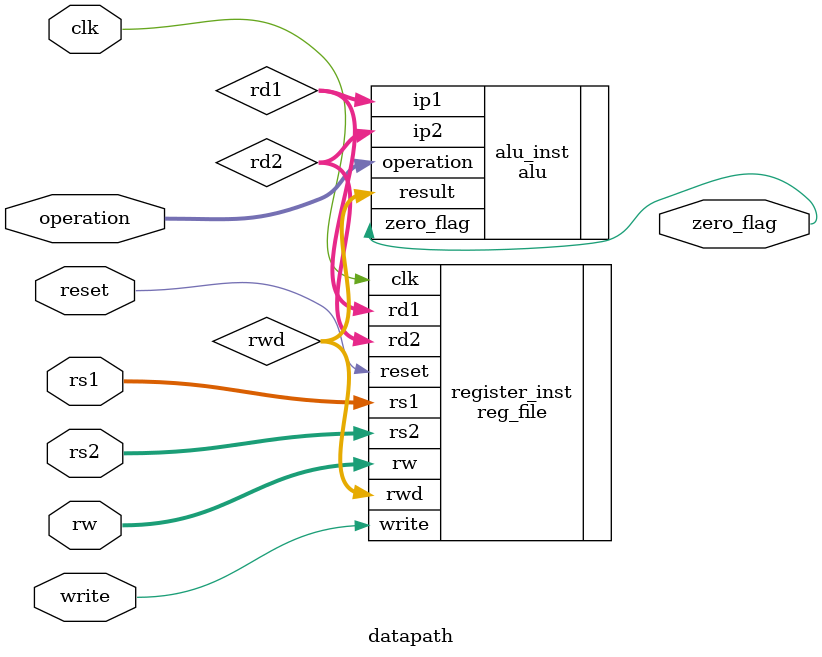
<source format=v>
/*
----------------------------------------------------------------
                         RISC-V Core
                   [ PROCESSOR DATAPATH ]
----------------------------------------------------------------

This part of the processor contains the hardware connections
necessary to perform operations required by the processor.

*/

`include "./../ALU/alu.v"
`include "./../REGISTERS/register_file.v"

module datapath(
    input [4:0]rs1, // Source register 1 offset
    input [4:0]rs2, // Source register 2 offset
    input [4:0]rw,  // write register offset
    input [6:0]operation,
    input write,
    input clk,
    input reset,
    output zero_flag
);

    // interconnections wires between 'REGISTER FILE' and 'ALU'
    wire [31:0]rd1;  // source register 2 data
    wire [31:0]rd2;  // source register 2 data
    wire [31:0]rwd;  // Write register data

    // Creating register file instance
    reg_file register_inst(
        .clk(clk),
        .reset(reset),
        .rs1(rs1),
        .rs2(rs2),
        .rd1(rd1),
        .rd2(rd2),
        .rw(rw),
        .rwd(rwd),
        .write(write)
    );

    // Creating ALU instance
    alu alu_inst(
        .ip1(rd1),
        .ip2(rd2),
        .operation(operation),
        .result(rwd),
        .zero_flag(zero_flag)
    );

endmodule

</source>
